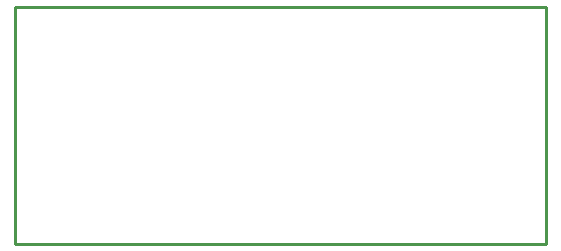
<source format=gko>
*
*
G04 PADS 9.3.1 Build Number: 456998 generated Gerber (RS-274-X) file*
G04 PC Version=2.1*
*
%IN "Lighting.pcb"*%
*
%MOIN*%
*
%FSLAX35Y35*%
*
*
*
*
G04 PC Standard Apertures*
*
*
G04 Thermal Relief Aperture macro.*
%AMTER*
1,1,$1,0,0*
1,0,$1-$2,0,0*
21,0,$3,$4,0,0,45*
21,0,$3,$4,0,0,135*
%
*
*
G04 Annular Aperture macro.*
%AMANN*
1,1,$1,0,0*
1,0,$2,0,0*
%
*
*
G04 Odd Aperture macro.*
%AMODD*
1,1,$1,0,0*
1,0,$1-0.005,0,0*
%
*
*
G04 PC Custom Aperture Macros*
*
*
*
*
*
*
G04 PC Aperture Table*
*
%ADD010C,0.001*%
%ADD011C,0.01*%
*
*
*
*
G04 PC Circuitry*
G04 Layer Name Lighting.pcb - circuitry*
%LPD*%
*
*
G04 PC Custom Flashes*
G04 Layer Name Lighting.pcb - flashes*
%LPD*%
*
*
G04 PC Circuitry*
G04 Layer Name Lighting.pcb - circuitry*
%LPD*%
*
G54D10*
G54D11*
G01X500Y500D02*
X177665D01*
Y79240*
X500*
Y500*
X0Y0D02*
M02*

</source>
